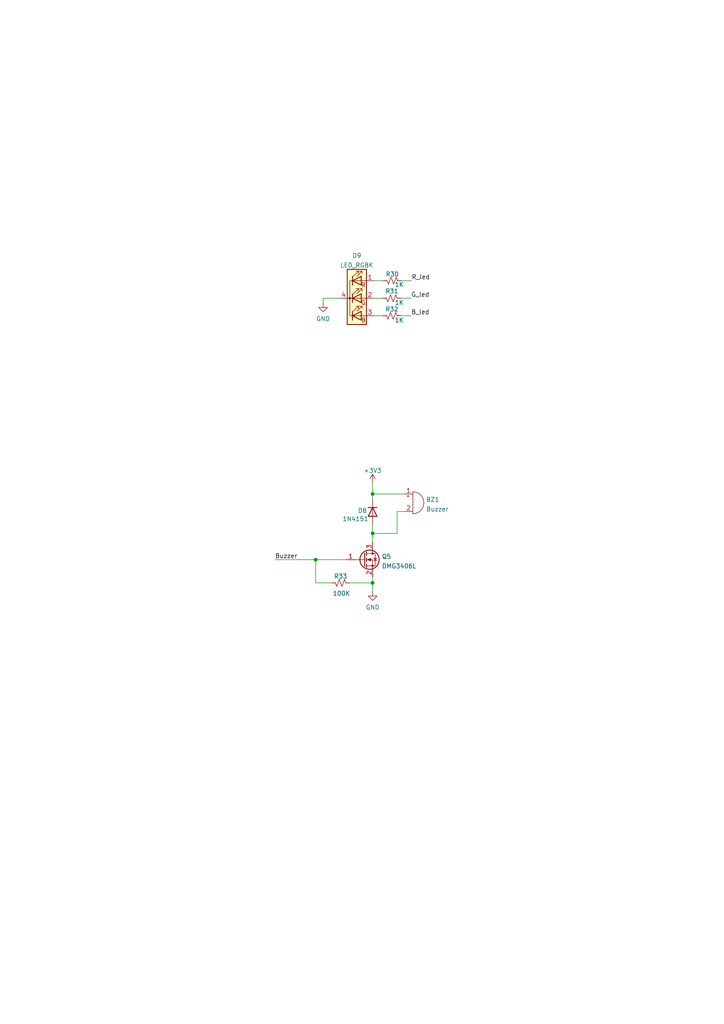
<source format=kicad_sch>
(kicad_sch (version 20211123) (generator eeschema)
  (paper "A4" portrait)
  (lib_symbols
    (symbol "Device:Buzzer" (pin_names (offset 0.0254) hide)
      (property "Reference" "BZ" (at 3.81 1.27 0))
      (property "Value" "Buzzer" (at 3.81 -1.27 0))
      (symbol "Buzzer_0_1"
        (arc (start 0 -3.175) (mid 3.175 0) (end 0 3.175))
        (polyline (pts (xy -1.651 1.905) (xy -1.143 1.905)))
        (polyline (pts (xy -1.397 2.159) (xy -1.397 1.651)))
        (polyline (pts (xy 0 3.175) (xy 0 -3.175)))
      )
      (symbol "Buzzer_1_1"
        (pin passive line (at -2.54 2.54 0) (length 2.54) (name "-") (number "1"))
        (pin passive line (at -2.54 -2.54 0) (length 2.54) (name "+") (number "2"))
      )
    )
    (symbol "Device:LED_RGBK" (pin_names (offset 0) hide)
      (property "Reference" "D" (at 0 9.398 0))
      (property "Value" "LED_RGBK" (at 0 -8.89 0))
      (symbol "LED_RGBK_0_0"
        (text "B" (at 1.905 -6.35 0) (effects (font (size 1.27 1.27))))
        (text "G" (at 1.905 -1.27 0) (effects (font (size 1.27 1.27))))
        (text "R" (at 1.905 3.81 0) (effects (font (size 1.27 1.27))))
      )
      (symbol "LED_RGBK_0_1"
        (circle (center -2.032 0) (radius 0.254) (fill (type outline)))
        (polyline (pts (xy -1.27 -5.08) (xy 1.27 -5.08)))
        (polyline (pts (xy -1.27 -3.81) (xy -1.27 -6.35)) (stroke (width 0.254)))
        (polyline (pts (xy -1.27 0) (xy -2.54 0)))
        (polyline (pts (xy -1.27 1.27) (xy -1.27 -1.27)) (stroke (width 0.254)))
        (polyline (pts (xy -1.27 5.08) (xy 1.27 5.08)))
        (polyline (pts (xy -1.27 6.35) (xy -1.27 3.81)) (stroke (width 0.254)))
        (polyline (pts (xy 1.27 -5.08) (xy 2.54 -5.08)))
        (polyline (pts (xy 1.27 0) (xy -1.27 0)))
        (polyline (pts (xy 1.27 0) (xy 2.54 0)))
        (polyline (pts (xy 1.27 5.08) (xy 2.54 5.08)))
        (polyline (pts (xy -1.27 1.27) (xy -1.27 -1.27) (xy -1.27 -1.27)))
        (polyline (pts (xy -1.27 6.35) (xy -1.27 3.81) (xy -1.27 3.81)))
        (polyline (pts (xy -1.27 5.08) (xy -2.032 5.08) (xy -2.032 -5.08) (xy -1.016 -5.08)))
        (polyline (pts (xy 1.27 -3.81) (xy 1.27 -6.35) (xy -1.27 -5.08) (xy 1.27 -3.81)) (stroke (width 0.254)))
        (polyline (pts (xy 1.27 1.27) (xy 1.27 -1.27) (xy -1.27 0) (xy 1.27 1.27)) (stroke (width 0.254)))
        (polyline (pts (xy 1.27 6.35) (xy 1.27 3.81) (xy -1.27 5.08) (xy 1.27 6.35)) (stroke (width 0.254)))
        (polyline (pts (xy -1.016 -3.81) (xy 0.508 -2.286) (xy -0.254 -2.286) (xy 0.508 -2.286) (xy 0.508 -3.048)))
        (polyline (pts (xy -1.016 1.27) (xy 0.508 2.794) (xy -0.254 2.794) (xy 0.508 2.794) (xy 0.508 2.032)))
        (polyline (pts (xy -1.016 6.35) (xy 0.508 7.874) (xy -0.254 7.874) (xy 0.508 7.874) (xy 0.508 7.112)))
        (polyline (pts (xy 0 -3.81) (xy 1.524 -2.286) (xy 0.762 -2.286) (xy 1.524 -2.286) (xy 1.524 -3.048)))
        (polyline (pts (xy 0 1.27) (xy 1.524 2.794) (xy 0.762 2.794) (xy 1.524 2.794) (xy 1.524 2.032)))
        (polyline (pts (xy 0 6.35) (xy 1.524 7.874) (xy 0.762 7.874) (xy 1.524 7.874) (xy 1.524 7.112)))
        (rectangle (start 1.27 -1.27) (end 1.27 1.27))
        (rectangle (start 1.27 1.27) (end 1.27 1.27))
        (rectangle (start 1.27 3.81) (end 1.27 6.35))
        (rectangle (start 1.27 6.35) (end 1.27 6.35))
        (rectangle (start 2.794 8.382) (end -2.794 -7.62) (stroke (width 0.254)) (fill (type background)))
      )
      (symbol "LED_RGBK_1_1"
        (pin passive line (at 5.08 5.08 180) (length 2.54) (name "RA") (number "1"))
        (pin passive line (at 5.08 0 180) (length 2.54) (name "GA") (number "2"))
        (pin passive line (at 5.08 -5.08 180) (length 2.54) (name "BA") (number "3"))
        (pin passive line (at -5.08 0 0) (length 2.54) (name "K") (number "4"))
      )
    )
    (symbol "Device:R_Small_US" (pin_numbers hide) (pin_names (offset 0.254) hide)
      (property "Reference" "R" (at 0.762 0.508 0))
      (property "Value" "R_Small_US" (at 0.762 -1.016 0))
      (symbol "R_Small_US_1_1"
        (polyline (pts (xy 0 0) (xy 1.016 -0.381) (xy 0 -0.762) (xy -1.016 -1.143) (xy 0 -1.524)))
        (polyline (pts (xy 0 1.524) (xy 1.016 1.143) (xy 0 0.762) (xy -1.016 0.381) (xy 0 0)))
        (pin passive line (at 0 2.54 270) (length 1.016) (name "~") (number "1"))
        (pin passive line (at 0 -2.54 90) (length 1.016) (name "~") (number "2"))
      )
    )
    (symbol "Diode:1N4151" (pin_numbers hide) (pin_names (offset 1.016) hide)
      (property "Reference" "D" (at 0 2.54 0))
      (property "Value" "1N4151" (at 0 -2.54 0))
      (symbol "1N4151_0_1"
        (polyline (pts (xy -1.27 1.27) (xy -1.27 -1.27)) (stroke (width 0.254)))
        (polyline (pts (xy 1.27 0) (xy -1.27 0)))
        (polyline (pts (xy 1.27 1.27) (xy 1.27 -1.27) (xy -1.27 0) (xy 1.27 1.27)) (stroke (width 0.254)))
      )
      (symbol "1N4151_1_1"
        (pin passive line (at -3.81 0 0) (length 2.54) (name "K") (number "1"))
        (pin passive line (at 3.81 0 180) (length 2.54) (name "A") (number "2"))
      )
    )
    (symbol "Transistor_FET:DMG3406L" (pin_names hide)
      (property "Reference" "Q" (at 5.08 1.905 0))
      (property "Value" "DMG3406L" (at 5.08 0 0))
      (symbol "DMG3406L_0_1"
        (polyline (pts (xy 0.254 0) (xy -2.54 0)))
        (polyline (pts (xy 0.254 1.905) (xy 0.254 -1.905)) (stroke (width 0.254)))
        (polyline (pts (xy 0.762 -1.27) (xy 0.762 -2.286)) (stroke (width 0.254)))
        (polyline (pts (xy 0.762 0.508) (xy 0.762 -0.508)) (stroke (width 0.254)))
        (polyline (pts (xy 0.762 2.286) (xy 0.762 1.27)) (stroke (width 0.254)))
        (polyline (pts (xy 2.54 2.54) (xy 2.54 1.778)))
        (polyline (pts (xy 2.54 -2.54) (xy 2.54 0) (xy 0.762 0)))
        (polyline (pts (xy 0.762 -1.778) (xy 3.302 -1.778) (xy 3.302 1.778) (xy 0.762 1.778)))
        (polyline (pts (xy 1.016 0) (xy 2.032 0.381) (xy 2.032 -0.381) (xy 1.016 0)) (fill (type outline)))
        (polyline (pts (xy 2.794 0.508) (xy 2.921 0.381) (xy 3.683 0.381) (xy 3.81 0.254)))
        (polyline (pts (xy 3.302 0.381) (xy 2.921 -0.254) (xy 3.683 -0.254) (xy 3.302 0.381)))
        (circle (center 1.651 0) (radius 2.794) (stroke (width 0.254)))
        (circle (center 2.54 -1.778) (radius 0.254) (fill (type outline)))
        (circle (center 2.54 1.778) (radius 0.254) (fill (type outline)))
      )
      (symbol "DMG3406L_1_1"
        (pin input line (at -5.08 0 0) (length 2.54) (name "G") (number "1"))
        (pin passive line (at 2.54 -5.08 90) (length 2.54) (name "S") (number "2"))
        (pin passive line (at 2.54 5.08 270) (length 2.54) (name "D") (number "3"))
      )
    )
    (symbol "power:+3.3V" (power) (pin_names (offset 0))
      (property "Value" "+3.3V" (at 0 3.556 0))
      (symbol "+3.3V_0_1"
        (polyline (pts (xy -0.762 1.27) (xy 0 2.54)))
        (polyline (pts (xy 0 0) (xy 0 2.54)))
        (polyline (pts (xy 0 2.54) (xy 0.762 1.27)))
      )
      (symbol "+3.3V_1_1"
        (pin power_in line (at 0 0 90) (length 0) hide (name "+3V3") (number "1"))
      )
    )
    (symbol "power:GND" (power) (pin_names (offset 0))
      (property "Value" "GND" (at 0 -3.81 0))
      (symbol "GND_0_1"
        (polyline (pts (xy 0 0) (xy 0 -1.27) (xy 1.27 -1.27) (xy 0 -2.54) (xy -1.27 -1.27) (xy 0 -1.27)))
      )
      (symbol "GND_1_1"
        (pin power_in line (at 0 0 270) (length 0) hide (name "GND") (number "1"))
      )
    )
  )
  (junction (at 108.077 169.037))
  (junction (at 91.567 162.306))
  (junction (at 108.077 143.256))
  (junction (at 108.077 154.686))
  (wire (pts (xy 93.726 87.884) (xy 93.726 86.487)))
  (wire (pts (xy 119.253 86.487) (xy 116.205 86.487)))
  (wire (pts (xy 108.077 140.081) (xy 108.077 143.256)))
  (wire (pts (xy 108.077 154.686) (xy 108.077 157.226)))
  (wire (pts (xy 108.077 154.686) (xy 115.189 154.686)))
  (wire (pts (xy 108.585 81.407) (xy 111.252 81.407)))
  (wire (pts (xy 108.077 169.037) (xy 108.077 171.577)))
  (wire (pts (xy 108.077 143.256) (xy 108.077 144.653)))
  (wire (pts (xy 91.567 169.037) (xy 91.567 162.306)))
  (wire (pts (xy 115.189 148.336) (xy 115.189 154.686)))
  (wire (pts (xy 119.253 91.567) (xy 116.205 91.567)))
  (wire (pts (xy 79.756 162.306) (xy 91.567 162.306)))
  (wire (pts (xy 93.726 86.487) (xy 98.425 86.487)))
  (wire (pts (xy 108.077 167.386) (xy 108.077 169.037)))
  (wire (pts (xy 96.266 169.037) (xy 91.567 169.037)))
  (wire (pts (xy 108.077 152.273) (xy 108.077 154.686)))
  (wire (pts (xy 119.38 81.407) (xy 116.332 81.407)))
  (wire (pts (xy 108.585 86.487) (xy 111.125 86.487)))
  (wire (pts (xy 101.346 169.037) (xy 108.077 169.037)))
  (wire (pts (xy 91.567 162.306) (xy 100.457 162.306)))
  (wire (pts (xy 108.077 143.256) (xy 117.221 143.256)))
  (wire (pts (xy 115.189 148.336) (xy 117.221 148.336)))
  (wire (pts (xy 108.585 91.567) (xy 111.125 91.567)))
  (label "Buzzer" (at 79.756 162.306 0))
  (label "B_led" (at 119.253 91.567 0))
  (label "R_led" (at 119.38 81.407 0))
  (label "G_led" (at 119.253 86.487 0))
  (symbol (lib_id "Device:R_Small_US") (at 113.665 86.487 90) (mirror x) (unit 1)
    (property "Reference" "R31" (at 113.665 84.455 90))
    (property "Value" "1K" (at 115.824 87.757 90))
    (property "Footprint" "Resistor_SMD:R_0805_2012Metric" (effects hide))
  )
  (symbol (lib_id "Diode:1N4151") (at 108.077 148.463 270) (unit 1)
    (property "Reference" "D8" (at 103.759 148.082 90) (effects (justify left)))
    (property "Value" "1N4151" (at 99.314 150.495 90) (effects (justify left)))
    (property "Footprint" "Diode_SMD:D_0805_2012Metric" (effects hide))
    (property "Datasheet" "http://www.microsemi.com/document-portal/doc_view/11580-lds-0239" (effects hide))
  )
  (symbol (lib_id "power:+3.3V") (at 108.077 140.081 0) (unit 1)
    (property "Reference" "#PWR076" (effects hide))
    (property "Value" "+3.3V" (at 108.077 136.4765 0))
  )
  (symbol (lib_id "Device:R_Small_US") (at 98.806 169.037 90) (mirror x) (unit 1)
    (property "Reference" "R33" (at 98.806 167.132 90))
    (property "Value" "100K" (at 99.06 172.085 90))
    (property "Footprint" "Resistor_SMD:R_0805_2012Metric" (effects hide))
  )
  (symbol (lib_id "Device:R_Small_US") (at 113.792 81.407 90) (mirror x) (unit 1)
    (property "Reference" "R30" (at 113.792 79.502 90))
    (property "Value" "1K" (at 115.824 82.55 90))
    (property "Footprint" "Resistor_SMD:R_0805_2012Metric" (effects hide))
  )
  (symbol (lib_id "power:GND") (at 93.726 87.884 0) (unit 1)
    (property "Reference" "#PWR077" (effects hide))
    (property "Value" "GND" (at 93.726 92.4465 0))
  )
  (symbol (lib_id "Transistor_FET:DMG3406L") (at 105.537 162.306 0) (unit 1)
    (property "Reference" "Q5" (at 110.744 161.3975 0) (effects (justify left)))
    (property "Value" "DMG3406L" (at 110.744 164.1726 0) (effects (justify left)))
    (property "Footprint" "Package_TO_SOT_SMD:SOT-23" (effects hide))
    (property "Datasheet" "http://www.diodes.com/assets/Datasheets/DMG3406L.pdf" (effects hide))
  )
  (symbol (lib_id "Device:Buzzer") (at 119.761 145.796 0) (unit 1)
    (property "Reference" "BZ1" (at 123.571 144.8875 0) (effects (justify left)))
    (property "Value" "Buzzer" (at 123.571 147.6626 0) (effects (justify left)))
    (property "Footprint" "Buzzer_Beeper:Buzzer_Murata_PKMCS0909E" (effects hide))
  )
  (symbol (lib_id "Device:R_Small_US") (at 113.665 91.567 90) (mirror x) (unit 1)
    (property "Reference" "R32" (at 113.665 89.662 90))
    (property "Value" "1K" (at 115.824 92.837 90))
    (property "Footprint" "Resistor_SMD:R_0805_2012Metric" (effects hide))
  )
  (symbol (lib_id "Device:LED_RGBK") (at 103.505 86.487 0) (unit 1)
    (property "Reference" "D9" (at 103.505 74.1385 0))
    (property "Value" "LED_RGBK" (at 103.505 76.9136 0))
    (property "Footprint" "LED_SMD:LED_RGB_5050-6" (effects hide))
  )
  (symbol (lib_id "power:GND") (at 108.077 171.577 0) (unit 1)
    (property "Reference" "#PWR078" (effects hide))
    (property "Value" "GND" (at 108.077 176.1395 0))
  )
)
</source>
